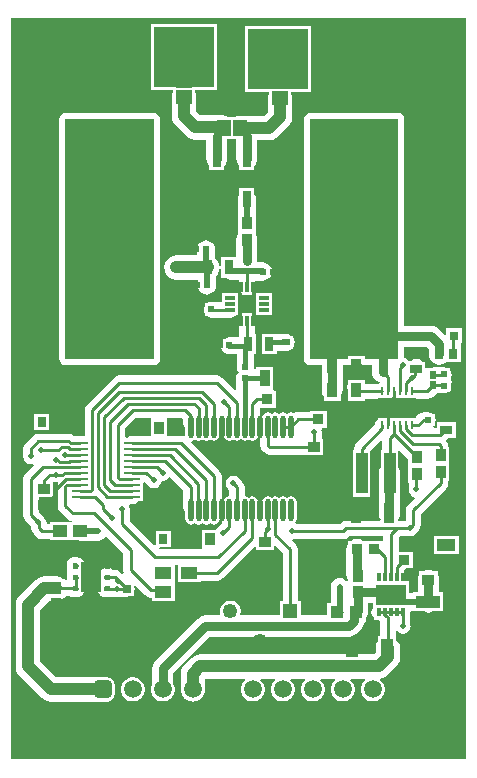
<source format=gtl>
G04*
G04 #@! TF.GenerationSoftware,Altium Limited,Altium Designer,23.8.1 (32)*
G04*
G04 Layer_Physical_Order=1*
G04 Layer_Color=255*
%FSLAX25Y25*%
%MOIN*%
G70*
G04*
G04 #@! TF.SameCoordinates,A9E98482-AA81-4C70-AF81-B552D0338214*
G04*
G04*
G04 #@! TF.FilePolarity,Positive*
G04*
G01*
G75*
%ADD17R,0.03150X0.03150*%
%ADD18R,0.02985X0.03197*%
%ADD19R,0.03681X0.03788*%
%ADD20R,0.03740X0.05709*%
%ADD21R,0.03347X0.03937*%
%ADD22R,0.03937X0.03347*%
%ADD23R,0.02953X0.03543*%
%ADD24O,0.01772X0.07480*%
%ADD25C,0.01595*%
%ADD26R,0.06890X0.09843*%
%ADD27R,0.05512X0.03937*%
%ADD28R,0.05600X0.01100*%
%ADD29R,0.12992X0.06693*%
%ADD30R,0.00984X0.02756*%
%ADD31R,0.04469X0.04182*%
%ADD32R,0.03591X0.04453*%
%ADD33R,0.02756X0.02756*%
%ADD34R,0.08071X0.04331*%
%ADD35R,0.03765X0.04749*%
%ADD36R,0.09449X0.11417*%
%ADD37R,0.05709X0.05709*%
%ADD38R,0.03347X0.01181*%
%ADD39R,0.01181X0.03347*%
%ADD40R,0.01181X0.03150*%
%ADD41R,0.10039X0.06890*%
%ADD42R,0.02500X0.02402*%
%ADD43R,0.03773X0.03961*%
%ADD44R,0.02165X0.02165*%
%ADD45R,0.02165X0.02165*%
%ADD46R,0.03937X0.02953*%
%ADD47R,0.04560X0.03985*%
%ADD48R,0.05339X0.04545*%
%ADD49R,0.03150X0.04724*%
%ADD50R,0.04545X0.05339*%
%ADD51R,0.02992X0.05512*%
%ADD52R,0.03858X0.13386*%
%ADD53R,0.02205X0.02047*%
%ADD54R,0.02254X0.02423*%
%ADD55R,0.02423X0.02254*%
%ADD56R,0.03740X0.03347*%
%ADD57R,0.04134X0.06299*%
%ADD58R,0.06299X0.04134*%
%ADD59R,0.04134X0.03740*%
%ADD60R,0.04134X0.03150*%
%ADD61R,0.02047X0.02047*%
%ADD62R,0.02254X0.02517*%
%ADD63R,0.03740X0.06693*%
%ADD64R,0.20000X0.20000*%
%ADD89C,0.01000*%
%ADD90C,0.02000*%
%ADD91C,0.03000*%
%ADD92C,0.08000*%
%ADD93C,0.04000*%
%ADD94C,0.01772*%
%ADD95C,0.01500*%
%ADD96R,0.04921X0.04921*%
%ADD97C,0.04921*%
%ADD98C,0.05984*%
G04:AMPARAMS|DCode=99|XSize=59.84mil|YSize=59.84mil|CornerRadius=14.96mil|HoleSize=0mil|Usage=FLASHONLY|Rotation=0.000|XOffset=0mil|YOffset=0mil|HoleType=Round|Shape=RoundedRectangle|*
%AMROUNDEDRECTD99*
21,1,0.05984,0.02992,0,0,0.0*
21,1,0.02992,0.05984,0,0,0.0*
1,1,0.02992,0.01496,-0.01496*
1,1,0.02992,-0.01496,-0.01496*
1,1,0.02992,-0.01496,0.01496*
1,1,0.02992,0.01496,0.01496*
%
%ADD99ROUNDEDRECTD99*%
%ADD100C,0.02000*%
%ADD101C,0.01968*%
G36*
X409000Y213000D02*
X257500D01*
Y460000D01*
X409000D01*
Y213000D01*
D02*
G37*
%LPC*%
G36*
X326000Y458000D02*
X304000D01*
Y436000D01*
X311330D01*
Y435432D01*
X311103Y434883D01*
X310965Y433839D01*
Y427500D01*
X310965Y427500D01*
X311103Y426456D01*
X311506Y425483D01*
X312147Y424647D01*
X315961Y420834D01*
X316796Y420193D01*
X317769Y419790D01*
X318813Y419652D01*
X322470D01*
Y413252D01*
X322590Y412338D01*
X322943Y411487D01*
X323504Y410756D01*
X323504Y410756D01*
Y409496D01*
X328496D01*
Y410756D01*
X328496Y410756D01*
X329057Y411487D01*
X329410Y412338D01*
X329530Y413252D01*
Y419830D01*
X332068D01*
X332470Y419664D01*
Y413252D01*
X332590Y412338D01*
X332943Y411487D01*
X333504Y410756D01*
X333504Y410756D01*
Y409496D01*
X338496D01*
Y410756D01*
X338496Y410756D01*
X339057Y411487D01*
X339410Y412338D01*
X339530Y413252D01*
Y419465D01*
X343500D01*
X343500Y419465D01*
X344544Y419603D01*
X345517Y420006D01*
X346353Y420647D01*
X349853Y424147D01*
X349853Y424147D01*
X350494Y424983D01*
X350897Y425956D01*
X351034Y427000D01*
X351034Y427000D01*
Y433339D01*
X350897Y434383D01*
X350670Y434932D01*
Y435500D01*
X357500D01*
Y457500D01*
X335500D01*
Y435500D01*
X343330D01*
Y434932D01*
X343103Y434383D01*
X342966Y433339D01*
Y428671D01*
X341829Y427534D01*
X333661D01*
X332617Y427397D01*
X332068Y427170D01*
X330184D01*
X330170Y427181D01*
X329197Y427584D01*
X328152Y427721D01*
X320484D01*
X319035Y429171D01*
Y433839D01*
X318897Y434883D01*
X318670Y435432D01*
Y436000D01*
X326000D01*
Y458000D01*
D02*
G37*
G36*
X338496Y403504D02*
X333504D01*
Y401423D01*
X333380Y401261D01*
X333077Y400531D01*
X332974Y399748D01*
Y391760D01*
X333077Y390977D01*
X333114Y390889D01*
Y388228D01*
X332943Y388005D01*
X332590Y387154D01*
X332470Y386240D01*
Y380362D01*
X327425D01*
Y377205D01*
X326925Y377172D01*
X326907Y377309D01*
X326810Y378044D01*
X326407Y379017D01*
X325766Y379853D01*
X325488Y380066D01*
Y380362D01*
X325400D01*
Y383000D01*
X325297Y383783D01*
X324995Y384513D01*
X324586Y385046D01*
Y385127D01*
X324524D01*
X324514Y385140D01*
X323887Y385620D01*
X323158Y385923D01*
X322375Y386026D01*
X321591Y385923D01*
X320862Y385620D01*
X320235Y385140D01*
X320225Y385127D01*
X320163D01*
Y385046D01*
X319754Y384513D01*
X319452Y383783D01*
X319349Y383000D01*
Y381034D01*
X312500D01*
X311456Y380897D01*
X310483Y380494D01*
X309647Y379853D01*
X309006Y379017D01*
X308603Y378044D01*
X308466Y377000D01*
X308603Y375956D01*
X309006Y374983D01*
X309647Y374147D01*
X310483Y373506D01*
X311456Y373103D01*
X312500Y372966D01*
X319661D01*
Y371000D01*
X319764Y370217D01*
X320067Y369487D01*
X320476Y368954D01*
Y368873D01*
X320538D01*
X320548Y368860D01*
X321174Y368379D01*
X321904Y368077D01*
X322687Y367974D01*
X323470Y368077D01*
X324200Y368379D01*
X324827Y368860D01*
X324837Y368873D01*
X324899D01*
Y368954D01*
X325308Y369487D01*
X325610Y370217D01*
X325713Y371000D01*
Y374106D01*
X325766Y374147D01*
X326407Y374983D01*
X326810Y375956D01*
X326907Y376691D01*
X326925Y376828D01*
X327425Y376795D01*
Y373638D01*
X328981D01*
X329562Y373192D01*
X330292Y372890D01*
X331075Y372787D01*
X333455D01*
Y370504D01*
X333649Y369529D01*
X334202Y368702D01*
X334206Y368698D01*
X334417Y368556D01*
Y367827D01*
X337598D01*
Y368556D01*
X337810Y368698D01*
X338363Y369525D01*
X338557Y370500D01*
X338553Y370520D01*
Y372631D01*
X341344D01*
X342127Y372734D01*
X342857Y373036D01*
X343431Y373476D01*
X343602D01*
Y373672D01*
X343964Y374143D01*
X344266Y374873D01*
X344370Y375656D01*
X344266Y376439D01*
X343964Y377169D01*
X343483Y377796D01*
X342857Y378277D01*
X342127Y378579D01*
X341344Y378682D01*
X339843D01*
X339513Y379058D01*
X339530Y379187D01*
Y386240D01*
X339410Y387154D01*
X339057Y388005D01*
X338886Y388228D01*
Y390889D01*
X338923Y390977D01*
X339026Y391760D01*
Y399748D01*
X338923Y400531D01*
X338620Y401261D01*
X338496Y401423D01*
Y403504D01*
D02*
G37*
G36*
X332972Y368390D02*
X327626D01*
Y365333D01*
X325196D01*
X325163Y365355D01*
X324187Y365549D01*
X323212Y365355D01*
X322870Y365127D01*
X321976D01*
Y364190D01*
X321832Y363976D01*
X321638Y363000D01*
X321832Y362024D01*
X321976Y361810D01*
Y360873D01*
X322763D01*
X323428Y360429D01*
X324404Y360234D01*
X330299D01*
X331275Y360429D01*
X332102Y360981D01*
X332243Y361193D01*
X332972D01*
Y365209D01*
Y368390D01*
D02*
G37*
G36*
X344390D02*
X339043D01*
Y365209D01*
Y361193D01*
X344390D01*
Y365209D01*
Y368390D01*
D02*
G37*
G36*
X346075Y354862D02*
X340925D01*
Y348138D01*
X346075D01*
Y349226D01*
X349150D01*
X349868Y349321D01*
X350536Y349598D01*
X350799Y349799D01*
X351400D01*
Y350415D01*
X351552Y350613D01*
X351829Y351282D01*
X351923Y352000D01*
X351829Y352718D01*
X351552Y353387D01*
X351400Y353585D01*
Y354201D01*
X350799D01*
X350536Y354402D01*
X349868Y354679D01*
X349150Y354774D01*
X346075D01*
Y354862D01*
D02*
G37*
G36*
X386500Y428539D02*
X357000D01*
X356220Y428384D01*
X355558Y427942D01*
X355116Y427280D01*
X354961Y426500D01*
Y346500D01*
X355116Y345720D01*
X355558Y345058D01*
X356220Y344616D01*
X357000Y344461D01*
X360934D01*
Y336000D01*
X361055Y335086D01*
X361407Y334235D01*
X361582Y334007D01*
Y332626D01*
X363465D01*
X363551Y332590D01*
X364465Y332470D01*
X365378Y332590D01*
X365464Y332626D01*
X367347D01*
Y334007D01*
X367522Y334235D01*
X367875Y335086D01*
X367995Y336000D01*
Y344461D01*
X369653D01*
X370433Y344616D01*
X371095Y345058D01*
X371280Y345335D01*
X373791D01*
X373976Y345058D01*
X374637Y344616D01*
X375418Y344461D01*
X377733D01*
Y342146D01*
X377854Y341232D01*
X378206Y340381D01*
X378767Y339650D01*
X379498Y339089D01*
X380222Y338789D01*
X380122Y338289D01*
X375418D01*
Y339374D01*
X372975D01*
X372918Y339412D01*
X371943Y339606D01*
X370967Y339412D01*
X370910Y339374D01*
X369653D01*
Y338131D01*
X369588Y338033D01*
X369394Y337057D01*
X369588Y336082D01*
X369653Y335984D01*
Y332626D01*
X375418D01*
Y333191D01*
X381079D01*
X381939Y333362D01*
X382187D01*
X383047Y333191D01*
X383907Y333362D01*
X384539D01*
Y333730D01*
X384850Y333938D01*
X385078D01*
X385492Y333566D01*
Y333362D01*
X386124D01*
X386984Y333191D01*
X387844Y333362D01*
X388093D01*
X388953Y333191D01*
X389813Y333362D01*
X390061D01*
X390921Y333191D01*
X396128D01*
X397103Y333385D01*
X397930Y333938D01*
X399266Y335274D01*
X401960D01*
X402138Y335238D01*
X403113Y335433D01*
X403179Y335476D01*
X403874D01*
Y335941D01*
X403940Y335985D01*
X404493Y336812D01*
X404687Y337787D01*
X404493Y338763D01*
X403940Y339590D01*
X403905Y339625D01*
X403964Y340128D01*
X404083Y340307D01*
X404277Y341283D01*
X404083Y342258D01*
X403811Y342666D01*
Y343583D01*
X402786D01*
X402704Y343638D01*
X401728Y343832D01*
X398259D01*
X397283Y343638D01*
X396870Y343361D01*
X395952D01*
Y343361D01*
X395468Y343402D01*
Y345524D01*
X394510D01*
X394302Y345834D01*
X393476Y346386D01*
X392500Y346581D01*
X391525Y346386D01*
X390711Y345843D01*
X390696Y345834D01*
X390065Y345909D01*
X389802Y346302D01*
X388976Y346855D01*
X388539Y346942D01*
Y350470D01*
X396038D01*
X396592Y349916D01*
Y348111D01*
X396712Y347198D01*
X397065Y346346D01*
X397626Y345615D01*
X397629Y345612D01*
Y345513D01*
X397759D01*
X398357Y345054D01*
X399208Y344701D01*
X400122Y344581D01*
X401035Y344701D01*
X401887Y345054D01*
X402485Y345513D01*
X407354D01*
Y347827D01*
X407411Y348111D01*
Y351677D01*
X407575D01*
Y356827D01*
X402425D01*
Y354774D01*
X402275Y354652D01*
X401941Y354551D01*
X399996Y356496D01*
X399265Y357057D01*
X398414Y357410D01*
X397500Y357530D01*
X388539D01*
Y426500D01*
X388384Y427280D01*
X387942Y427942D01*
X387280Y428384D01*
X386500Y428539D01*
D02*
G37*
G36*
X305000D02*
X275500D01*
X274720Y428384D01*
X274058Y427942D01*
X273616Y427280D01*
X273461Y426500D01*
Y346500D01*
X273616Y345720D01*
X274058Y345058D01*
X274720Y344616D01*
X275500Y344461D01*
X305000D01*
X305780Y344616D01*
X306442Y345058D01*
X306884Y345720D01*
X307039Y346500D01*
Y426500D01*
X306884Y427280D01*
X306442Y427942D01*
X305780Y428384D01*
X305000Y428539D01*
D02*
G37*
G36*
X337598Y361756D02*
X334417D01*
Y361027D01*
X334206Y360885D01*
X333653Y360058D01*
X333459Y359083D01*
Y353687D01*
X330122D01*
X329404Y353593D01*
X328735Y353315D01*
X328355Y353024D01*
X327933D01*
Y352578D01*
X327720Y352300D01*
X327443Y351631D01*
X327348Y350913D01*
X327443Y350196D01*
X327720Y349527D01*
X327933Y349249D01*
Y348976D01*
X328142D01*
X328161Y348952D01*
X328735Y348511D01*
X329404Y348234D01*
X330122Y348140D01*
X332726D01*
Y343687D01*
X332821Y342969D01*
X333098Y342300D01*
X333217Y342145D01*
X332759Y341548D01*
X332468Y340846D01*
X332369Y340092D01*
Y336389D01*
X331907Y336198D01*
X327802Y340302D01*
X326975Y340855D01*
X326000Y341049D01*
X293500D01*
X292525Y340855D01*
X291698Y340302D01*
X282698Y331302D01*
X282145Y330475D01*
X281951Y329500D01*
Y320842D01*
X281510Y320606D01*
X281276Y320763D01*
X280300Y320957D01*
X278159D01*
X277564Y321355D01*
X276589Y321549D01*
X266500D01*
X265525Y321355D01*
X264698Y320802D01*
X262198Y318302D01*
X261645Y317476D01*
X261451Y316500D01*
Y314000D01*
X261645Y313024D01*
X262198Y312198D01*
X263024Y311645D01*
X264000Y311451D01*
X264798Y311610D01*
X265044Y311149D01*
X262198Y308302D01*
X261645Y307475D01*
X261451Y306500D01*
Y294500D01*
X261645Y293525D01*
X262198Y292698D01*
X264142Y290753D01*
Y290051D01*
X264336Y289076D01*
X264889Y288249D01*
X265940Y287198D01*
X266767Y286645D01*
X267743Y286451D01*
X270464D01*
Y286008D01*
X280001D01*
X280256Y285974D01*
X286500D01*
X287283Y286077D01*
X288013Y286380D01*
X288640Y286860D01*
X288797Y287066D01*
X289296Y287099D01*
X294693Y281702D01*
Y276136D01*
X294882Y275186D01*
X294861Y275154D01*
X294428Y274933D01*
X293798Y275562D01*
X292971Y276115D01*
X291996Y276309D01*
X291331D01*
X291001Y276530D01*
X290220Y276685D01*
Y276614D01*
X288962D01*
X288846Y276662D01*
X288181Y276530D01*
X287856Y276395D01*
X287194Y275953D01*
X286945Y275704D01*
X286945Y275704D01*
X286945Y275704D01*
X286725Y275374D01*
X286503Y275042D01*
X286503Y275042D01*
X286503Y275042D01*
X286368Y274716D01*
X286213Y273936D01*
Y273584D01*
X286368Y272803D01*
X286503Y272478D01*
X286503Y272478D01*
X286503Y272478D01*
X286896Y271890D01*
X286503Y271302D01*
X286503Y271302D01*
X286503Y271302D01*
X286368Y270976D01*
X286213Y270196D01*
Y269844D01*
X286368Y269063D01*
X286503Y268738D01*
X286503Y268738D01*
X286503Y268738D01*
X286725Y268405D01*
X286945Y268076D01*
X286945Y268076D01*
X286945Y268076D01*
X287194Y267827D01*
X287194Y267827D01*
X287194Y267827D01*
X287523Y267607D01*
X287856Y267385D01*
X287856Y267385D01*
X287856Y267385D01*
X288181Y267250D01*
X288962Y267095D01*
X290220Y267095D01*
X290785Y267207D01*
X296000D01*
X296860Y267378D01*
X298378D01*
Y268896D01*
X298549Y269756D01*
X298378Y270616D01*
Y270742D01*
X298840Y270933D01*
X302075Y267698D01*
X302902Y267146D01*
X303877Y266952D01*
X304413D01*
Y265882D01*
X311925D01*
Y271681D01*
X311925Y271819D01*
X311925D01*
Y272181D01*
X311925D01*
Y277951D01*
X313075D01*
Y272181D01*
X320587D01*
Y272601D01*
X326150D01*
X327125Y272795D01*
X327952Y273347D01*
X338570Y283965D01*
X339032Y283773D01*
Y282827D01*
X344969D01*
Y284273D01*
X345430Y284465D01*
X347951Y281944D01*
Y265961D01*
X347039D01*
Y260991D01*
X338445D01*
X338445Y260991D01*
X334174D01*
X333812Y261491D01*
X333961Y262044D01*
Y262956D01*
X333725Y263836D01*
X333269Y264625D01*
X332625Y265269D01*
X331836Y265725D01*
X330956Y265961D01*
X330044D01*
X329164Y265725D01*
X328375Y265269D01*
X327731Y264625D01*
X327275Y263836D01*
X327039Y262956D01*
Y262044D01*
X327188Y261491D01*
X326826Y260991D01*
X322104D01*
X321191Y260871D01*
X320339Y260518D01*
X319608Y259957D01*
X305504Y245853D01*
X304943Y245122D01*
X304590Y244270D01*
X304470Y243356D01*
Y238220D01*
X304280Y237891D01*
X304008Y236876D01*
Y235825D01*
X304280Y234810D01*
X304805Y233899D01*
X305549Y233156D01*
X306459Y232630D01*
X307474Y232358D01*
X308526D01*
X309541Y232630D01*
X310451Y233156D01*
X311194Y233899D01*
X311720Y234810D01*
X311992Y235825D01*
Y236876D01*
X311720Y237891D01*
X311530Y238220D01*
Y241894D01*
X323566Y253930D01*
X338445D01*
X338445Y253930D01*
X370008D01*
X370922Y254051D01*
X371773Y254403D01*
X372504Y254964D01*
X374262Y256722D01*
X374823Y257453D01*
X375176Y258304D01*
X375255Y258909D01*
X375734D01*
Y260314D01*
X376057Y260735D01*
X376410Y261586D01*
X376530Y262500D01*
Y265210D01*
X377980D01*
Y263461D01*
X377980Y263461D01*
X377980D01*
X377760Y263054D01*
X377708Y262976D01*
X377514Y262000D01*
X377708Y261024D01*
X378261Y260198D01*
X378472Y260056D01*
Y259425D01*
X380087D01*
X380229Y259213D01*
X380320Y259123D01*
X380451Y259035D01*
Y254150D01*
X379740D01*
Y252322D01*
X379506Y252017D01*
X379103Y251044D01*
X378965Y250000D01*
Y248671D01*
X378329Y248035D01*
X320500D01*
X319456Y247897D01*
X318483Y247494D01*
X317647Y246853D01*
X317647Y246853D01*
X315147Y244353D01*
X314506Y243517D01*
X314103Y242544D01*
X313966Y241500D01*
X313966Y241500D01*
Y236350D01*
X314008Y236029D01*
Y235825D01*
X314061Y235628D01*
X314103Y235306D01*
X314227Y235006D01*
X314280Y234810D01*
X314382Y234633D01*
X314506Y234333D01*
X314704Y234075D01*
X314806Y233899D01*
X314949Y233755D01*
X315147Y233498D01*
X315405Y233300D01*
X315549Y233156D01*
X315725Y233054D01*
X315983Y232856D01*
X316283Y232732D01*
X316459Y232630D01*
X316656Y232578D01*
X316956Y232453D01*
X317278Y232411D01*
X317474Y232358D01*
X317678D01*
X318000Y232316D01*
X318322Y232358D01*
X318526D01*
X318722Y232411D01*
X319044Y232453D01*
X319344Y232578D01*
X319541Y232630D01*
X319717Y232732D01*
X320017Y232856D01*
X320275Y233054D01*
X320451Y233156D01*
X320595Y233300D01*
X320853Y233498D01*
X321051Y233755D01*
X321195Y233899D01*
X321296Y234075D01*
X321494Y234333D01*
X321618Y234633D01*
X321720Y234810D01*
X321773Y235006D01*
X321897Y235306D01*
X321939Y235628D01*
X321992Y235825D01*
Y236029D01*
X322035Y236350D01*
Y239829D01*
X322171Y239966D01*
X335357D01*
X335469Y239465D01*
X334805Y238802D01*
X334280Y237891D01*
X334008Y236876D01*
Y235825D01*
X334280Y234810D01*
X334805Y233899D01*
X335549Y233156D01*
X336459Y232630D01*
X337474Y232358D01*
X338526D01*
X339541Y232630D01*
X340451Y233156D01*
X341195Y233899D01*
X341720Y234810D01*
X341992Y235825D01*
Y236876D01*
X341720Y237891D01*
X341195Y238802D01*
X340531Y239465D01*
X340643Y239966D01*
X345357D01*
X345469Y239465D01*
X344806Y238802D01*
X344280Y237891D01*
X344008Y236876D01*
Y235825D01*
X344280Y234810D01*
X344806Y233899D01*
X345549Y233156D01*
X346459Y232630D01*
X347474Y232358D01*
X348526D01*
X349541Y232630D01*
X350451Y233156D01*
X351195Y233899D01*
X351720Y234810D01*
X351992Y235825D01*
Y236876D01*
X351720Y237891D01*
X351195Y238802D01*
X350531Y239465D01*
X350643Y239966D01*
X355357D01*
X355469Y239465D01*
X354805Y238802D01*
X354280Y237891D01*
X354008Y236876D01*
Y235825D01*
X354280Y234810D01*
X354805Y233899D01*
X355549Y233156D01*
X356459Y232630D01*
X357474Y232358D01*
X358526D01*
X359541Y232630D01*
X360451Y233156D01*
X361194Y233899D01*
X361720Y234810D01*
X361992Y235825D01*
Y236876D01*
X361720Y237891D01*
X361194Y238802D01*
X360531Y239465D01*
X360643Y239966D01*
X365357D01*
X365469Y239465D01*
X364806Y238802D01*
X364280Y237891D01*
X364008Y236876D01*
Y235825D01*
X364280Y234810D01*
X364806Y233899D01*
X365549Y233156D01*
X366459Y232630D01*
X367474Y232358D01*
X368526D01*
X369541Y232630D01*
X370451Y233156D01*
X371195Y233899D01*
X371720Y234810D01*
X371992Y235825D01*
Y236876D01*
X371720Y237891D01*
X371195Y238802D01*
X370531Y239465D01*
X370643Y239966D01*
X375357D01*
X375469Y239465D01*
X374805Y238802D01*
X374280Y237891D01*
X374008Y236876D01*
Y235825D01*
X374280Y234810D01*
X374805Y233899D01*
X375549Y233156D01*
X376459Y232630D01*
X377474Y232358D01*
X378526D01*
X379541Y232630D01*
X380451Y233156D01*
X381194Y233899D01*
X381720Y234810D01*
X381992Y235825D01*
Y236876D01*
X381720Y237891D01*
X381194Y238802D01*
X380473Y239523D01*
X380476Y239635D01*
X380589Y240043D01*
X381044Y240103D01*
X382017Y240506D01*
X382853Y241147D01*
X385853Y244147D01*
X386494Y244983D01*
X386897Y245956D01*
X387035Y247000D01*
Y250000D01*
X386897Y251044D01*
X386494Y252017D01*
X385874Y252825D01*
Y254150D01*
X385549D01*
Y255737D01*
X386049Y255889D01*
X386135Y255761D01*
X386198Y255698D01*
X387024Y255145D01*
X388000Y254951D01*
X388976Y255145D01*
X389802Y255698D01*
X390355Y256524D01*
X390549Y257500D01*
X390486Y257817D01*
Y262000D01*
X390469Y262088D01*
X390786Y262474D01*
X391465D01*
Y262335D01*
X394996D01*
X395586Y262090D01*
X396500Y261970D01*
X397414Y262090D01*
X398004Y262335D01*
X401535D01*
Y268665D01*
X400030D01*
Y272791D01*
X399910Y273705D01*
X399567Y274533D01*
Y275661D01*
X398509D01*
X398265Y275849D01*
X397414Y276201D01*
X396500Y276322D01*
X395586Y276201D01*
X394735Y275849D01*
X394491Y275661D01*
X393433D01*
Y274533D01*
X393090Y273705D01*
X392970Y272791D01*
Y268665D01*
X391465D01*
Y268526D01*
X390050D01*
X390020Y268599D01*
Y272350D01*
X388592D01*
X388313Y272761D01*
X388326Y272850D01*
X388517Y273811D01*
Y276110D01*
X389235Y276827D01*
X391370D01*
Y282173D01*
X386549D01*
Y286944D01*
X387056Y287451D01*
X390500D01*
X391476Y287645D01*
X392302Y288198D01*
X392475Y288456D01*
X393302Y289283D01*
X393855Y290110D01*
X394049Y291086D01*
Y294944D01*
X402381Y303276D01*
X402934Y304103D01*
X403128Y305079D01*
Y305822D01*
X403465D01*
Y311342D01*
Y317303D01*
X403128D01*
Y317414D01*
X402934Y318390D01*
X402381Y319217D01*
X402263Y319335D01*
X402736Y319807D01*
X403054Y320284D01*
X405567D01*
Y325433D01*
X399433D01*
Y323888D01*
X399131Y323586D01*
X399122Y323572D01*
X398394D01*
X398143Y324072D01*
X398197Y324146D01*
X398583D01*
Y324897D01*
X398855Y325304D01*
X399049Y326279D01*
X398855Y327255D01*
X398583Y327662D01*
Y328311D01*
X397959D01*
X397476Y328635D01*
X396500Y328829D01*
X395002D01*
X394026Y328635D01*
X393199Y328082D01*
X391989Y326872D01*
X390921D01*
X390061Y326701D01*
X389813D01*
X388953Y326872D01*
X388093Y326701D01*
X387844D01*
X386984Y326872D01*
X386124Y326701D01*
X385876D01*
X385016Y326872D01*
X384156Y326701D01*
X383524D01*
Y326332D01*
X383213Y326125D01*
X382985D01*
X382571Y326497D01*
Y326701D01*
X381939D01*
X381079Y326872D01*
X380219Y326701D01*
X379587D01*
Y326332D01*
X379276Y326125D01*
X378724Y325298D01*
X378576Y324555D01*
X372446Y318424D01*
X371893Y317598D01*
X371699Y316622D01*
Y316016D01*
X371319D01*
Y300630D01*
X377177D01*
Y315946D01*
X380568Y319337D01*
X381030Y319146D01*
Y316016D01*
X380650D01*
Y310275D01*
X380455Y310021D01*
X380102Y309170D01*
X379982Y308256D01*
Y295000D01*
X380102Y294086D01*
X380455Y293235D01*
X380597Y293049D01*
X380483Y292549D01*
X369135D01*
X368160Y292355D01*
X367333Y291802D01*
X367079Y291549D01*
X352421D01*
X352153Y292049D01*
X352410Y292434D01*
X352557Y293169D01*
Y298878D01*
X352410Y299614D01*
X351993Y300238D01*
X351370Y300654D01*
X350634Y300801D01*
X349898Y300654D01*
X349354Y300291D01*
X348811Y300654D01*
X348075Y300801D01*
X347339Y300654D01*
X346795Y300291D01*
X346252Y300654D01*
X345516Y300801D01*
X344780Y300654D01*
X344236Y300291D01*
X343692Y300654D01*
X342957Y300801D01*
X342221Y300654D01*
X341597Y300238D01*
X341180Y299614D01*
X341034Y298878D01*
Y297767D01*
X340789Y297527D01*
X340260Y297664D01*
X340194Y297999D01*
X339761Y298646D01*
Y298878D01*
X339615Y299614D01*
X339198Y300238D01*
X338574Y300654D01*
X337839Y300801D01*
X337103Y300654D01*
X336559Y300291D01*
X336015Y300654D01*
X335279Y300801D01*
X335269Y300809D01*
Y303780D01*
X335075Y304755D01*
X334523Y305582D01*
X333302Y306802D01*
X332475Y307355D01*
X331500Y307549D01*
X330524Y307355D01*
X329698Y306802D01*
X329145Y305976D01*
X328951Y305000D01*
X329145Y304025D01*
X329698Y303198D01*
X330171Y302724D01*
Y300809D01*
X330161Y300801D01*
X329426Y300654D01*
X328802Y300238D01*
X328385Y299614D01*
X328239Y298878D01*
Y297904D01*
X328092Y297778D01*
X327592Y298007D01*
Y307457D01*
X327398Y308432D01*
X326846Y309259D01*
X317379Y318726D01*
X317572Y319240D01*
X318102Y319346D01*
X318646Y319709D01*
X319189Y319346D01*
X319925Y319199D01*
X320661Y319346D01*
X321205Y319709D01*
X321748Y319346D01*
X322484Y319199D01*
X323220Y319346D01*
X323764Y319709D01*
X324307Y319346D01*
X325043Y319199D01*
X325779Y319346D01*
X326403Y319762D01*
X326820Y320386D01*
X326966Y321122D01*
Y323233D01*
X327211Y323473D01*
X327740Y323336D01*
X327806Y323001D01*
X328239Y322354D01*
Y321122D01*
X328385Y320386D01*
X328802Y319762D01*
X329426Y319346D01*
X330161Y319199D01*
X330897Y319346D01*
X331441Y319709D01*
X331985Y319346D01*
X332720Y319199D01*
X333456Y319346D01*
X334000Y319709D01*
X334544Y319346D01*
X335279Y319199D01*
X336015Y319346D01*
X336559Y319709D01*
X337103Y319346D01*
X337839Y319199D01*
X338574Y319346D01*
X339198Y319762D01*
X339615Y320386D01*
X339761Y321122D01*
Y322096D01*
X339908Y322222D01*
X340408Y321993D01*
Y317743D01*
X340602Y316768D01*
X341154Y315941D01*
X341740Y315355D01*
X342567Y314803D01*
X343543Y314609D01*
X355532D01*
Y314484D01*
X361469D01*
Y319831D01*
X361049D01*
Y322000D01*
X360864Y322931D01*
X360880Y323057D01*
X361081Y323431D01*
X362615D01*
Y329219D01*
X356934D01*
Y328874D01*
X352983D01*
X352007Y328680D01*
X351634Y328431D01*
X351370Y328607D01*
X350634Y328753D01*
X349898Y328607D01*
X349354Y328244D01*
X348811Y328607D01*
X348075Y328753D01*
X347339Y328607D01*
X346795Y328244D01*
X346252Y328607D01*
X345516Y328753D01*
X344780Y328607D01*
X344236Y328244D01*
X343692Y328607D01*
X342957Y328753D01*
X342221Y328607D01*
X341597Y328190D01*
X341180Y327567D01*
X341034Y326831D01*
Y325857D01*
X340888Y325731D01*
X340388Y325959D01*
Y330106D01*
X345708D01*
Y335894D01*
X345266D01*
X344870Y336146D01*
Y343854D01*
X339130D01*
Y343087D01*
X338574D01*
X338244Y343462D01*
X338274Y343687D01*
Y348138D01*
X338988D01*
Y354862D01*
X338557D01*
Y359083D01*
X338363Y360058D01*
X337810Y360885D01*
X337598Y361027D01*
Y361756D01*
D02*
G37*
G36*
X270114Y328272D02*
X265161D01*
Y322728D01*
X270114D01*
Y328272D01*
D02*
G37*
G36*
X406650Y287567D02*
X398350D01*
Y281433D01*
X406650D01*
Y287567D01*
D02*
G37*
G36*
X279275Y280425D02*
X278016Y280425D01*
X277235Y280270D01*
X276574Y279828D01*
X276132Y279166D01*
X275977Y278386D01*
Y276614D01*
X276132Y275834D01*
X276268Y275630D01*
X276132Y275426D01*
X275977Y274646D01*
Y273017D01*
X275592Y272920D01*
X275295Y273200D01*
Y273226D01*
X274866D01*
X274517Y273494D01*
X273544Y273897D01*
X272500Y274035D01*
X268500D01*
X267456Y273897D01*
X266483Y273494D01*
X265647Y272853D01*
X265647Y272853D01*
X260147Y267353D01*
X259506Y266517D01*
X259103Y265544D01*
X258965Y264500D01*
X258965Y264500D01*
Y244000D01*
X258965Y244000D01*
X259103Y242956D01*
X259506Y241983D01*
X260147Y241147D01*
X267797Y233498D01*
X268632Y232856D01*
X269605Y232453D01*
X270650Y232316D01*
X270650Y232316D01*
X286471D01*
X286504Y232310D01*
X289496D01*
X290470Y232503D01*
X291296Y233055D01*
X291847Y233880D01*
X292041Y234855D01*
Y237847D01*
X291847Y238821D01*
X291296Y239646D01*
X290470Y240198D01*
X289496Y240391D01*
X286504D01*
X286471Y240385D01*
X272321D01*
X267035Y245671D01*
Y262829D01*
X270171Y265966D01*
X272500D01*
X273544Y266103D01*
X274517Y266506D01*
X274866Y266774D01*
X275295D01*
Y267103D01*
X275353Y267147D01*
X275601Y267471D01*
X276905D01*
X277235Y267250D01*
X278016Y267095D01*
X279098D01*
X279098Y267095D01*
X279275D01*
X280055Y267250D01*
X280381Y267385D01*
X280381Y267385D01*
X280381Y267385D01*
X280713Y267607D01*
X281042Y267827D01*
X281042Y267827D01*
X281042Y267827D01*
X281291Y268076D01*
X281733Y268738D01*
X281733Y268738D01*
X281868Y269063D01*
X282023Y269844D01*
Y270196D01*
X281868Y270976D01*
X281733Y271302D01*
X281465Y271704D01*
Y272076D01*
X281733Y272478D01*
X281733Y272478D01*
X281868Y272803D01*
X282023Y273584D01*
Y273936D01*
X281868Y274716D01*
X281733Y275042D01*
X281341Y275630D01*
X281733Y276218D01*
X281733Y276218D01*
X281868Y276543D01*
X282023Y277324D01*
Y277676D01*
X281868Y278457D01*
X281733Y278782D01*
X281291Y279444D01*
X281042Y279693D01*
X280381Y280135D01*
X280381Y280135D01*
X280055Y280270D01*
X279275Y280425D01*
D02*
G37*
G36*
X298526Y240343D02*
X297474D01*
X296459Y240071D01*
X295549Y239545D01*
X294806Y238802D01*
X294280Y237891D01*
X294008Y236876D01*
Y235825D01*
X294280Y234810D01*
X294806Y233899D01*
X295549Y233156D01*
X296459Y232630D01*
X297474Y232358D01*
X298526D01*
X299541Y232630D01*
X300451Y233156D01*
X301195Y233899D01*
X301720Y234810D01*
X301992Y235825D01*
Y236876D01*
X301720Y237891D01*
X301195Y238802D01*
X300451Y239545D01*
X299541Y240071D01*
X298526Y240343D01*
D02*
G37*
%LPD*%
G36*
X386500Y346504D02*
X386493Y346500D01*
X375418D01*
Y347374D01*
X369653D01*
Y346500D01*
X357000D01*
Y426500D01*
X386500D01*
Y346504D01*
D02*
G37*
G36*
X305000Y346500D02*
X275500D01*
Y426500D01*
X305000D01*
Y346500D01*
D02*
G37*
G36*
X314817Y326566D02*
Y324976D01*
X315011Y324001D01*
X315443Y323354D01*
Y321122D01*
X315460Y321040D01*
X315011Y320734D01*
X314142Y320907D01*
X309331D01*
Y326468D01*
X309331D01*
X309373Y326951D01*
X314432D01*
X314817Y326566D01*
D02*
G37*
G36*
X303984Y326468D02*
X303984D01*
Y320907D01*
X297650D01*
X296674Y320713D01*
X296002Y320264D01*
X295522Y320466D01*
X295502Y320485D01*
Y323397D01*
X299056Y326951D01*
X303942D01*
X303984Y326468D01*
D02*
G37*
G36*
X314817Y302720D02*
Y297024D01*
X315011Y296048D01*
X315443Y295401D01*
Y293169D01*
X315590Y292434D01*
X316006Y291810D01*
X316630Y291393D01*
X317366Y291247D01*
X318102Y291393D01*
X318646Y291756D01*
X319189Y291393D01*
X319925Y291247D01*
X320661Y291393D01*
X321205Y291756D01*
X321748Y291393D01*
X322484Y291247D01*
X323220Y291393D01*
X323764Y291756D01*
X324307Y291393D01*
X325043Y291247D01*
X325779Y291393D01*
X326403Y291810D01*
X326820Y292434D01*
X326966Y293169D01*
Y295143D01*
X327112Y295269D01*
X327612Y295041D01*
Y291704D01*
X326187Y290278D01*
X325646Y289469D01*
X320984D01*
Y283531D01*
X320984D01*
X320942Y283049D01*
X306774D01*
X306639Y283228D01*
X306888Y283728D01*
X310614D01*
Y289272D01*
X305661D01*
Y284597D01*
X305200Y284405D01*
X297049Y292556D01*
Y296500D01*
X296855Y297476D01*
X296737Y297652D01*
X296973Y298093D01*
X297650D01*
X298625Y298287D01*
X299452Y298839D01*
X299621Y299092D01*
X301450D01*
Y301060D01*
Y305292D01*
X301912Y305483D01*
X303198Y304198D01*
X304025Y303645D01*
X305000Y303451D01*
X305976Y303645D01*
X306802Y304198D01*
X307355Y305025D01*
X307459Y305549D01*
X308000Y305951D01*
X308976Y306145D01*
X309802Y306698D01*
X309999Y306992D01*
X310496Y307041D01*
X314817Y302720D01*
D02*
G37*
G36*
X389128Y313798D02*
X389390Y313407D01*
X389692Y313104D01*
Y310842D01*
Y305322D01*
X389951D01*
Y303000D01*
X390145Y302025D01*
X390698Y301198D01*
X391525Y300645D01*
X391852Y300580D01*
X391997Y300101D01*
X389698Y297802D01*
X389145Y296975D01*
X388951Y296000D01*
Y292549D01*
X386540D01*
X386426Y293049D01*
X386569Y293235D01*
X386922Y294086D01*
X387042Y295000D01*
Y308256D01*
X386922Y309170D01*
X386569Y310021D01*
X386508Y310101D01*
Y315712D01*
X387008Y315919D01*
X389128Y313798D01*
D02*
G37*
G36*
X273135Y305045D02*
X273138Y304935D01*
X272951Y303993D01*
Y297500D01*
X273145Y296525D01*
X273698Y295698D01*
X276198Y293198D01*
X277025Y292645D01*
X277792Y292492D01*
X277743Y291992D01*
X270464D01*
Y291549D01*
X269240D01*
Y291809D01*
X269046Y292784D01*
X268494Y293611D01*
X266549Y295556D01*
Y300484D01*
X271468D01*
Y305364D01*
X271540Y305435D01*
X272927D01*
X273135Y305045D01*
D02*
G37*
G36*
X381451Y286272D02*
X381157Y285894D01*
X374661D01*
X374449Y286057D01*
X373597Y286410D01*
X372684Y286530D01*
X371770Y286410D01*
X370918Y286057D01*
X370706Y285894D01*
X369843D01*
Y285047D01*
X369626Y284765D01*
X369274Y283914D01*
X369153Y283000D01*
Y274577D01*
X369274Y273663D01*
X369626Y272812D01*
X369223Y272531D01*
X369140Y272640D01*
X368513Y273120D01*
X367783Y273423D01*
X367000Y273526D01*
X366217Y273423D01*
X365487Y273120D01*
X364860Y272640D01*
X364380Y272013D01*
X364077Y271283D01*
X363974Y270500D01*
Y265091D01*
X362845D01*
Y260991D01*
X353961D01*
Y265961D01*
X353049D01*
Y283000D01*
X352855Y283976D01*
X352302Y284802D01*
X351154Y285951D01*
X351361Y286451D01*
X368135D01*
X369111Y286645D01*
X369938Y287198D01*
X370191Y287451D01*
X381451D01*
Y286272D01*
D02*
G37*
G36*
X290220Y272874D02*
X288962D01*
X288636Y273009D01*
X288387Y273258D01*
X288252Y273584D01*
Y273760D01*
Y273936D01*
X288387Y274262D01*
X288636Y274511D01*
X288962Y274646D01*
X290220D01*
Y272874D01*
D02*
G37*
G36*
Y269134D02*
X289138Y269134D01*
X288962D01*
X288636Y269269D01*
X288387Y269518D01*
X288252Y269844D01*
Y270020D01*
Y270196D01*
X288387Y270521D01*
X288636Y270771D01*
X288962Y270905D01*
X290220D01*
Y269134D01*
D02*
G37*
G36*
X279600Y278251D02*
X279849Y278002D01*
X279984Y277676D01*
Y277500D01*
Y277324D01*
X279849Y276998D01*
X279600Y276749D01*
X279275Y276614D01*
X278016D01*
Y278386D01*
X279098Y278386D01*
X279275D01*
X279600Y278251D01*
D02*
G37*
G36*
Y274511D02*
X279849Y274262D01*
X279984Y273936D01*
Y273760D01*
Y273584D01*
X279849Y273258D01*
X279600Y273009D01*
X279275Y272874D01*
X278016D01*
Y274646D01*
X279275D01*
X279600Y274511D01*
D02*
G37*
G36*
Y270771D02*
X279849Y270521D01*
X279984Y270196D01*
Y270020D01*
Y269844D01*
X279849Y269518D01*
X279600Y269269D01*
X279275Y269134D01*
X279098D01*
Y269134D01*
X278016D01*
Y270905D01*
X279275D01*
X279600Y270771D01*
D02*
G37*
D17*
X405000Y360748D02*
D03*
Y354252D02*
D03*
D18*
X404862Y348111D02*
D03*
X400122D02*
D03*
D19*
X359775Y326325D02*
D03*
X365408D02*
D03*
X342867Y333000D02*
D03*
X348500D02*
D03*
X372684Y283000D02*
D03*
X378316D02*
D03*
D20*
X349677Y340000D02*
D03*
X342000D02*
D03*
D21*
X301343Y323500D02*
D03*
X306658D02*
D03*
X318342Y286500D02*
D03*
X323657D02*
D03*
D22*
X342000Y280185D02*
D03*
Y285500D02*
D03*
X358500Y311842D02*
D03*
Y317158D02*
D03*
X268500Y297843D02*
D03*
Y303157D02*
D03*
D23*
X308138Y286500D02*
D03*
X312862D02*
D03*
X272362Y325500D02*
D03*
X267638D02*
D03*
D24*
X317366Y296024D02*
D03*
X319925D02*
D03*
X322484D02*
D03*
X325043D02*
D03*
X327602D02*
D03*
X330161D02*
D03*
X332720D02*
D03*
X335279D02*
D03*
X337839D02*
D03*
X340398D02*
D03*
X342957D02*
D03*
X345516D02*
D03*
X348075D02*
D03*
X350634D02*
D03*
X317366Y323976D02*
D03*
X319925D02*
D03*
X322484D02*
D03*
X325043D02*
D03*
X327602D02*
D03*
X330161D02*
D03*
X332720D02*
D03*
X335279D02*
D03*
X337839D02*
D03*
X340398D02*
D03*
X342957D02*
D03*
X345516D02*
D03*
X348075D02*
D03*
X350634D02*
D03*
D25*
X289236Y270020D02*
D03*
X289321Y273760D02*
D03*
Y277500D02*
D03*
X279000D02*
D03*
X278916Y273760D02*
D03*
Y270020D02*
D03*
D26*
X284118Y273760D02*
D03*
D27*
X308169Y268850D02*
D03*
X316831D02*
D03*
Y275150D02*
D03*
X308169D02*
D03*
D28*
X297650Y318358D02*
D03*
Y316390D02*
D03*
Y314421D02*
D03*
Y312453D02*
D03*
Y310484D02*
D03*
Y308516D02*
D03*
Y306547D02*
D03*
Y304579D02*
D03*
Y302610D02*
D03*
Y300642D02*
D03*
X280350D02*
D03*
Y302610D02*
D03*
Y304579D02*
D03*
Y306547D02*
D03*
Y308516D02*
D03*
Y310484D02*
D03*
Y312453D02*
D03*
Y314421D02*
D03*
Y316390D02*
D03*
Y318358D02*
D03*
D29*
X386000Y330031D02*
D03*
D30*
X390921Y335740D02*
D03*
X388953D02*
D03*
X386984D02*
D03*
X385016D02*
D03*
X383047D02*
D03*
X381079D02*
D03*
X390921Y324323D02*
D03*
X388953D02*
D03*
X386984D02*
D03*
X385016D02*
D03*
X383047D02*
D03*
X381079D02*
D03*
D31*
X366080Y262000D02*
D03*
X372500D02*
D03*
D32*
X272500Y270000D02*
D03*
Y264956D02*
D03*
D33*
X296000Y264244D02*
D03*
Y269756D02*
D03*
D34*
X396500Y265500D02*
D03*
Y252508D02*
D03*
D35*
X364465Y336000D02*
D03*
X372535D02*
D03*
Y344000D02*
D03*
X364465D02*
D03*
D36*
X266492Y391500D02*
D03*
X290508D02*
D03*
X400508Y412500D02*
D03*
X376492D02*
D03*
X400508Y393000D02*
D03*
X376492D02*
D03*
X266492Y371000D02*
D03*
X290508D02*
D03*
X400508Y373500D02*
D03*
X376492D02*
D03*
X266492Y412500D02*
D03*
X290508D02*
D03*
D37*
X336008Y364791D02*
D03*
D38*
X330299Y362784D02*
D03*
Y364791D02*
D03*
Y366799D02*
D03*
X341717D02*
D03*
Y364791D02*
D03*
Y362784D02*
D03*
D39*
X334000Y370500D02*
D03*
X336008D02*
D03*
X338016D02*
D03*
Y359083D02*
D03*
X336008D02*
D03*
X334000D02*
D03*
D40*
X387937Y273811D02*
D03*
X385968D02*
D03*
X384000D02*
D03*
X382031D02*
D03*
X380063D02*
D03*
Y262000D02*
D03*
X382031D02*
D03*
X384000D02*
D03*
X385968D02*
D03*
X387937D02*
D03*
D41*
X384000Y267905D02*
D03*
D42*
X353850Y352000D02*
D03*
X349150D02*
D03*
D43*
X336000Y391760D02*
D03*
Y386240D02*
D03*
X373000Y268740D02*
D03*
Y274260D02*
D03*
X400579Y314323D02*
D03*
Y308803D02*
D03*
X392579Y308302D02*
D03*
Y313823D02*
D03*
D44*
X405272Y341500D02*
D03*
X401728D02*
D03*
D45*
X396500Y329772D02*
D03*
Y326228D02*
D03*
D46*
X392500Y348953D02*
D03*
Y343047D02*
D03*
D47*
X273744Y289000D02*
D03*
X280256D02*
D03*
D48*
X315000Y433839D02*
D03*
Y439161D02*
D03*
X347000Y433339D02*
D03*
Y438661D02*
D03*
D49*
X343500Y351500D02*
D03*
X336413D02*
D03*
X322913Y377000D02*
D03*
X330000D02*
D03*
D50*
X333661Y423500D02*
D03*
X328339D02*
D03*
D51*
X326000Y399748D02*
D03*
X336000D02*
D03*
Y413252D02*
D03*
X331000D02*
D03*
X326000D02*
D03*
D52*
X383579Y308323D02*
D03*
X374248D02*
D03*
D53*
X326965Y351000D02*
D03*
X330035D02*
D03*
X341500Y375500D02*
D03*
X344571D02*
D03*
D54*
X336000Y379187D02*
D03*
Y375813D02*
D03*
X335500Y340313D02*
D03*
Y343687D02*
D03*
D55*
X322687Y371000D02*
D03*
X319313D02*
D03*
X324187Y363000D02*
D03*
X320813D02*
D03*
X322375Y383000D02*
D03*
X319000D02*
D03*
D56*
X388500Y279500D02*
D03*
Y284815D02*
D03*
D57*
X371193Y250000D02*
D03*
X382807D02*
D03*
D58*
X402500Y296114D02*
D03*
Y284500D02*
D03*
D59*
X396500Y272791D02*
D03*
Y278500D02*
D03*
D60*
X402500Y330142D02*
D03*
Y322858D02*
D03*
D61*
X405000Y337500D02*
D03*
X401850D02*
D03*
D62*
X398079Y341103D02*
D03*
Y337823D02*
D03*
D63*
X372488Y295000D02*
D03*
X383512D02*
D03*
D64*
X346500Y446500D02*
D03*
X315000Y447000D02*
D03*
D89*
X386865Y266635D02*
Y268986D01*
X385595Y267905D02*
X387000Y266500D01*
X386865Y266635D02*
X387000Y266500D01*
X386865Y268986D02*
X386910Y269031D01*
X268795Y297843D02*
X272500Y301547D01*
X268500Y297843D02*
X268795D01*
X272500Y301547D02*
Y303249D01*
X275799Y306547D01*
X280350D01*
X272500Y307984D02*
X272758Y308242D01*
X270484Y307984D02*
X274549D01*
X275081Y308516D01*
X280350D01*
X342000Y288729D02*
X342957Y289686D01*
Y289957D01*
X342000Y285500D02*
Y288729D01*
X385016Y331016D02*
X386000Y330031D01*
X385016Y331016D02*
Y335740D01*
X383047Y327185D02*
X385894Y330031D01*
X386000D01*
X383047Y324323D02*
Y327185D01*
X308051Y275031D02*
X308169Y275150D01*
X307500Y275031D02*
X308051D01*
X390500Y290000D02*
Y290086D01*
X391500Y291086D02*
Y296000D01*
X400579Y305079D01*
X390500Y290086D02*
X391500Y291086D01*
X400579Y305079D02*
Y308803D01*
X404862Y348111D02*
Y354158D01*
X294500Y291500D02*
Y296500D01*
Y291500D02*
X305500Y280500D01*
X288084Y296416D02*
X291000Y293500D01*
X285358Y300642D02*
X288084Y297917D01*
Y296416D02*
Y297917D01*
X285000Y295000D02*
X297242Y282758D01*
X278000Y295000D02*
X285000D01*
X297242Y276136D02*
Y282758D01*
X368135Y289000D02*
X369135Y290000D01*
X386000D01*
X351000Y289000D02*
X368135D01*
X386000Y290000D02*
X390500D01*
X384000Y288000D02*
X386000Y290000D01*
X384000Y273811D02*
Y288000D01*
X381027Y281606D02*
X382031Y280602D01*
Y273811D02*
Y280602D01*
X280350Y300642D02*
X285358D01*
X275500Y297500D02*
X278000Y295000D01*
X382414Y260925D02*
X383000Y260339D01*
Y251500D02*
Y260339D01*
Y250000D02*
Y251500D01*
X382031Y261016D02*
X382122Y260925D01*
X382031Y261016D02*
Y262000D01*
X382122Y260925D02*
X382414D01*
X382807Y250000D02*
X383000D01*
X387937Y257563D02*
X388000Y257500D01*
X387937Y257563D02*
Y262000D01*
X386984Y343414D02*
X388000Y344430D01*
Y344500D01*
X386984Y335740D02*
Y343414D01*
X367000Y262715D02*
X367715Y262000D01*
X379633Y282947D02*
X380974Y281606D01*
X381027D01*
X379633Y282947D02*
Y283000D01*
X297242Y276136D02*
X303877Y269501D01*
X275500Y297500D02*
Y303993D01*
X276086Y304579D02*
X280350D01*
X275500Y303993D02*
X276086Y304579D01*
X268500Y306000D02*
X270484Y307984D01*
X268500Y304240D02*
Y306000D01*
X264000Y314000D02*
Y316500D01*
X266500Y319000D01*
X264000Y306500D02*
X267984Y310484D01*
X264000Y294500D02*
Y306500D01*
X267984Y310484D02*
X280350D01*
X264000Y294500D02*
X266500Y292000D01*
X266691Y291809D01*
X266500Y319000D02*
X276589D01*
X267500Y316000D02*
X273103D01*
X274250Y317147D01*
X273608Y312147D02*
X276853D01*
X272771Y312984D02*
X273608Y312147D01*
X272500Y312984D02*
X272771D01*
X276853Y312147D02*
X277110Y312403D01*
X280300D01*
X275285Y314647D02*
X275556D01*
X280300Y312403D02*
X280350Y312453D01*
X275556Y314647D02*
X275781Y314421D01*
X277028Y316440D02*
X280300D01*
X277181Y318408D02*
X280300D01*
X276321Y317147D02*
X277028Y316440D01*
X275781Y314421D02*
X280350D01*
X274250Y317147D02*
X276321D01*
X280300Y318408D02*
X280350Y318358D01*
X276589Y319000D02*
X277181Y318408D01*
X280300Y316440D02*
X280350Y316390D01*
X352983Y326325D02*
X359775D01*
X350634Y323976D02*
X352983Y326325D01*
X348075Y323976D02*
X350634D01*
X405272Y341500D02*
X405524Y341752D01*
X335279Y340092D02*
X335500Y340313D01*
X341687D02*
X342000Y340000D01*
X272500Y270020D02*
X278916D01*
Y273760D01*
X272500Y270000D02*
Y270020D01*
X326000Y338500D02*
X332720Y331780D01*
X328500Y332000D02*
X330161Y330339D01*
X293500Y338500D02*
X326000D01*
X330161Y323976D02*
Y330339D01*
X332720Y324976D02*
Y331780D01*
X321000Y335500D02*
X325043Y331457D01*
Y324976D02*
Y331457D01*
X322484Y324976D02*
Y331016D01*
X320000Y333500D02*
X322484Y331016D01*
X327989Y288475D02*
X330161Y290648D01*
Y296024D01*
X326150Y275150D02*
X337839Y286839D01*
X316831Y275150D02*
X326150D01*
X343500Y351500D02*
X344000Y352000D01*
X371943Y337057D02*
X373260Y335740D01*
X381079D01*
X392500Y308224D02*
X392579Y308302D01*
X392500Y303000D02*
Y308224D01*
X390309Y339809D02*
X390809D01*
X388953Y338453D02*
X390309Y339809D01*
X391000Y340000D02*
Y340271D01*
X391981Y341252D01*
Y343252D01*
X390809Y339809D02*
X391000Y340000D01*
X391721Y343252D02*
X391981D01*
X388953Y335740D02*
Y338453D01*
X391721Y343252D02*
X392500Y344032D01*
X396128Y335740D02*
X398079Y337691D01*
X390921Y335740D02*
X396128D01*
X398079Y337691D02*
Y337823D01*
X391500Y318000D02*
X399993D01*
X388953Y324323D02*
X388961Y324315D01*
X386984Y322516D02*
X391500Y318000D01*
X388961Y322999D02*
Y324315D01*
X400933Y321609D02*
Y321783D01*
X402008Y322858D01*
X399993Y318000D02*
X400579Y317414D01*
X388961Y322999D02*
X390936Y321024D01*
X402008Y322858D02*
X402500D01*
X400347Y321024D02*
X400933Y321609D01*
X386984Y322516D02*
Y324323D01*
X390936Y321024D02*
X400347D01*
X400579Y314323D02*
Y317414D01*
X266691Y290051D02*
X267743Y289000D01*
X266691Y290051D02*
Y291809D01*
X267743Y289000D02*
X273744D01*
X303877Y269501D02*
X309019D01*
X305500Y280500D02*
X326500D01*
X337839Y323976D02*
Y331339D01*
X339500Y333000D01*
X342867D01*
X358500Y317158D02*
Y322000D01*
X342957Y317743D02*
X343543Y317158D01*
X342957Y317743D02*
Y323976D01*
X343543Y317158D02*
X358500D01*
X326500Y280500D02*
X335279Y289280D01*
X291996Y273760D02*
X296000Y269756D01*
X292830D02*
X296000D01*
X289661D02*
X292830D01*
X345516Y287984D02*
Y296024D01*
X350500Y262357D02*
Y283000D01*
X345516Y287984D02*
X350500Y283000D01*
X284500Y329500D02*
X293500Y338500D01*
X380063Y262000D02*
X382031D01*
X384000D01*
X385968D01*
X387937D01*
X385968Y273811D02*
Y277165D01*
X388303Y279500D02*
X388500D01*
X385968Y277165D02*
X388303Y279500D01*
X383579Y320079D02*
X385016Y321516D01*
X383579Y308323D02*
Y320079D01*
X374248Y308323D02*
Y316622D01*
X381079Y323453D02*
Y324323D01*
X374248Y316622D02*
X381079Y323453D01*
X381263Y342146D02*
X383047Y340362D01*
X398259Y341283D02*
X401728D01*
X398079Y337823D02*
X402102D01*
X402138Y337787D01*
X395002Y326279D02*
X396500D01*
X398079Y341103D02*
X398259Y341283D01*
X383047Y335740D02*
Y340362D01*
X393045Y324323D02*
X395002Y326279D01*
X390921Y324323D02*
X393045D01*
X385016Y321516D02*
X391193Y315339D01*
Y315209D02*
X392579Y313823D01*
X391193Y315209D02*
Y315339D01*
X385016Y321516D02*
Y324323D01*
X328152Y423687D02*
X328339Y423500D01*
Y423103D02*
Y423500D01*
X333661Y423103D02*
Y423500D01*
X322375Y377539D02*
X322913Y377000D01*
X322687Y376774D02*
X322913Y377000D01*
X330000Y376888D02*
X331075Y375813D01*
X330000Y376888D02*
Y377000D01*
X336000Y375813D02*
X336004Y375809D01*
X336156Y375656D01*
X341344D02*
X341500Y375500D01*
X336004Y370504D02*
Y375809D01*
Y370504D02*
X336008Y370500D01*
X324187Y363000D02*
X324404Y362784D01*
X330299D01*
X336008Y351905D02*
Y359083D01*
Y351905D02*
X336413Y351500D01*
X330035Y351000D02*
X330122Y350913D01*
X342957Y323976D02*
X342978Y323998D01*
X289321Y273760D02*
X291996D01*
X289397Y270020D02*
X289661Y269756D01*
X289236Y270020D02*
X289397D01*
X342957Y289957D02*
Y296024D01*
X290500Y325500D02*
X296500Y331500D01*
X290500Y306000D02*
Y325500D01*
X291890Y304610D02*
X291921D01*
X290500Y306000D02*
X291890Y304610D01*
X288500Y327000D02*
X295000Y333500D01*
X288500Y304500D02*
Y327000D01*
Y304500D02*
X290358Y302642D01*
X290390D01*
X289530Y300642D02*
X297650D01*
X286500Y303672D02*
Y328500D01*
Y303672D02*
X289530Y300642D01*
X286500Y328500D02*
X293500Y335500D01*
X284500Y303146D02*
Y329500D01*
X282600Y302610D02*
X282650Y302560D01*
X283914D02*
X284500Y303146D01*
X282650Y302560D02*
X283914D01*
X280350Y302610D02*
X282600D01*
X319837Y297112D02*
X319925Y297024D01*
X297650Y318358D02*
X314142D01*
X325043Y307457D01*
Y297024D02*
Y307457D01*
X297650Y316390D02*
X312110D01*
X322484Y306016D01*
Y297024D02*
Y306016D01*
X310303Y314421D02*
X319837Y304888D01*
X297650Y314421D02*
X310303D01*
X319837Y297112D02*
Y304888D01*
X297650Y312453D02*
X308689D01*
X317366Y297024D02*
Y303776D01*
X308689Y312453D02*
X317366Y303776D01*
X296500Y331500D02*
X318500D01*
X319925Y330075D01*
Y324976D02*
Y330075D01*
X291921Y304579D02*
X297650D01*
X295000Y333500D02*
X320000D01*
X293500Y335500D02*
X321000D01*
X317366Y324976D02*
Y327622D01*
X290390Y302610D02*
X297650D01*
X292953Y307133D02*
Y324453D01*
Y307133D02*
X293538Y306547D01*
X297650D01*
X298000Y329500D02*
X315488D01*
X317366Y327622D01*
X292953Y324453D02*
X298000Y329500D01*
X332720Y297024D02*
Y303780D01*
X331500Y305000D02*
X332720Y303780D01*
X337839Y286839D02*
Y297024D01*
X335279Y289280D02*
Y297024D01*
X297650Y308516D02*
X302484D01*
X305000Y306000D01*
X297650Y310484D02*
X306016D01*
X308000Y308500D01*
D90*
X388020Y265500D02*
X396500D01*
X387374Y266145D02*
Y267145D01*
X385595Y267905D02*
X386355Y267145D01*
X387374Y266145D02*
X388020Y265500D01*
X384000Y267905D02*
X385595D01*
X386355Y267145D02*
X387374D01*
X280256Y289000D02*
X286500D01*
X367000Y262715D02*
Y270500D01*
X333661Y423103D02*
X336000Y420764D01*
X326000Y420764D02*
X328339Y423103D01*
X322375Y377539D02*
Y383000D01*
X322687Y371000D02*
Y376774D01*
X336000Y391760D02*
Y399748D01*
X331075Y375813D02*
X336000D01*
X336156Y375656D02*
X341344D01*
D91*
X380740Y268740D02*
X381000Y269000D01*
X382906D01*
X373000Y268740D02*
X380740D01*
X382906Y269000D02*
X384000Y267905D01*
X374500Y371500D02*
X378500D01*
X364465Y359465D02*
X375500Y370500D01*
X378500Y370508D02*
X381263Y367744D01*
Y354000D02*
Y367744D01*
X378500Y370508D02*
Y371500D01*
X364465Y344000D02*
Y359465D01*
Y336000D02*
Y344000D01*
X377496Y374996D02*
X378500Y376000D01*
X371766Y261409D02*
X372357Y262000D01*
X370008Y257461D02*
X371766Y259218D01*
X338445Y257461D02*
X370008D01*
X371766Y259218D02*
Y261409D01*
X372357Y262000D02*
X372500D01*
X338445Y257461D02*
X338445Y257461D01*
X322104Y257461D02*
X338445D01*
X308000Y243356D02*
X322104Y257461D01*
X372684Y274577D02*
X373000Y274260D01*
X308000Y236350D02*
Y243356D01*
X372684Y274577D02*
Y283000D01*
X373000Y262500D02*
Y268740D01*
X372500Y262000D02*
X373000Y262500D01*
X381263Y342146D02*
Y354000D01*
X397500D01*
X400122Y351378D01*
Y348111D02*
Y351378D01*
X383512Y295000D02*
Y308256D01*
X396500Y265500D02*
Y272791D01*
X336000Y413252D02*
Y420764D01*
X326000Y413252D02*
Y420764D01*
X336000Y379187D02*
Y386240D01*
D92*
X376492Y393000D02*
Y412500D01*
X290508Y391500D02*
Y412500D01*
X376000Y378500D02*
Y391291D01*
X290508Y371000D02*
Y391500D01*
X375768Y391291D02*
X376000D01*
D93*
X383000Y247000D02*
Y250000D01*
X380000Y244000D02*
X383000Y247000D01*
X320500Y244000D02*
X380000D01*
X318000Y241500D02*
X320500Y244000D01*
X318000Y236350D02*
Y241500D01*
X270650Y236350D02*
X288000D01*
X263000Y244000D02*
X270650Y236350D01*
X312500Y377000D02*
X322913D01*
X315000Y427500D02*
X318813Y423687D01*
X315000Y427500D02*
Y433839D01*
X318813Y423687D02*
X328152D01*
X347000Y427000D02*
Y433339D01*
X343500Y423500D02*
X347000Y427000D01*
X333661Y423500D02*
X343500D01*
X268500Y270000D02*
X272500D01*
X263000Y264500D02*
X268500Y270000D01*
X263000Y244000D02*
Y264500D01*
D94*
X335279Y323976D02*
Y340092D01*
D95*
X335500Y340313D02*
X341687D01*
X344000Y352000D02*
X349150D01*
X330122Y350913D02*
X335500D01*
Y343687D02*
Y350913D01*
D96*
X350500Y262500D02*
D03*
D97*
X340500Y252500D02*
D03*
X330500Y262500D02*
D03*
D98*
X358000Y236350D02*
D03*
X338000D02*
D03*
X298000D02*
D03*
X308000D02*
D03*
X318000D02*
D03*
X328000D02*
D03*
X348000D02*
D03*
X368000D02*
D03*
X378000D02*
D03*
D99*
X288000D02*
D03*
D100*
X387000Y266500D02*
D03*
X381000Y269000D02*
D03*
X386910Y269031D02*
D03*
X380865Y266500D02*
D03*
X268421Y297932D02*
D03*
X272500Y307984D02*
D03*
X397500Y354000D02*
D03*
X402500Y284500D02*
D03*
X344500Y271000D02*
D03*
X340500Y274500D02*
D03*
X337000Y278000D02*
D03*
X316000Y286500D02*
D03*
X302000Y294500D02*
D03*
Y290000D02*
D03*
X289500Y282500D02*
D03*
X285500D02*
D03*
X272500Y294500D02*
D03*
X273000Y260000D02*
D03*
X308169Y275150D02*
D03*
X323657Y286500D02*
D03*
X309474Y300401D02*
D03*
X309214Y294558D02*
D03*
X392500Y349000D02*
D03*
X314000Y362500D02*
D03*
Y367000D02*
D03*
Y371000D02*
D03*
Y388500D02*
D03*
X319000D02*
D03*
X314000Y383500D02*
D03*
X318500Y411000D02*
D03*
Y405500D02*
D03*
Y400500D02*
D03*
Y396000D02*
D03*
X324000D02*
D03*
X330000Y406570D02*
D03*
Y401000D02*
D03*
Y396070D02*
D03*
Y391070D02*
D03*
Y387070D02*
D03*
Y382570D02*
D03*
X342000Y412070D02*
D03*
Y406570D02*
D03*
Y401070D02*
D03*
Y396070D02*
D03*
Y391070D02*
D03*
Y385570D02*
D03*
Y381070D02*
D03*
X347500Y375500D02*
D03*
X342000Y371000D02*
D03*
X347500Y366570D02*
D03*
Y362070D02*
D03*
X342000Y358070D02*
D03*
X329500Y355570D02*
D03*
X319000Y377000D02*
D03*
X316000D02*
D03*
X348678Y332671D02*
D03*
X349677Y340000D02*
D03*
X301343Y323500D02*
D03*
X267500Y325500D02*
D03*
X294500Y296500D02*
D03*
X291000Y293500D02*
D03*
X351000Y289000D02*
D03*
X390500Y290000D02*
D03*
X286500Y289000D02*
D03*
X383000Y250000D02*
D03*
X373000Y274500D02*
D03*
X387937Y257563D02*
D03*
X388000Y344500D02*
D03*
X367000Y270500D02*
D03*
X264000Y314000D02*
D03*
X267500Y316000D02*
D03*
X272500Y312984D02*
D03*
X275285Y314647D02*
D03*
X264500Y410000D02*
D03*
Y414500D02*
D03*
X268500D02*
D03*
Y410000D02*
D03*
X264500Y389000D02*
D03*
Y393500D02*
D03*
X268500D02*
D03*
Y389000D02*
D03*
X264500Y368500D02*
D03*
Y373000D02*
D03*
X268500D02*
D03*
Y368500D02*
D03*
X383512Y295000D02*
D03*
X308000Y286500D02*
D03*
X306500Y323500D02*
D03*
X398500Y371500D02*
D03*
Y376000D02*
D03*
X402500D02*
D03*
Y371500D02*
D03*
X398500Y390500D02*
D03*
Y395000D02*
D03*
X402500D02*
D03*
Y390500D02*
D03*
X398500Y410000D02*
D03*
Y414500D02*
D03*
X402500D02*
D03*
Y410000D02*
D03*
X374500Y376000D02*
D03*
X378500D02*
D03*
X374000Y391000D02*
D03*
Y395500D02*
D03*
X378000D02*
D03*
Y391000D02*
D03*
X374500Y410000D02*
D03*
Y414500D02*
D03*
X378500D02*
D03*
Y410000D02*
D03*
X288500D02*
D03*
Y414500D02*
D03*
X292500D02*
D03*
Y410000D02*
D03*
X288500Y389500D02*
D03*
Y394000D02*
D03*
X292500D02*
D03*
Y389500D02*
D03*
Y368500D02*
D03*
Y373000D02*
D03*
X288500D02*
D03*
Y368500D02*
D03*
X285500Y276500D02*
D03*
X282500D02*
D03*
X285500Y273500D02*
D03*
X282500D02*
D03*
X285500Y270500D02*
D03*
X282500D02*
D03*
X337524Y366348D02*
D03*
X337476Y363394D02*
D03*
X334490Y363314D02*
D03*
Y366316D02*
D03*
X312500Y377000D02*
D03*
X328500Y332000D02*
D03*
X327989Y288475D02*
D03*
X392500Y303000D02*
D03*
X391000Y340000D02*
D03*
X266500Y292000D02*
D03*
X358500Y322000D02*
D03*
X292830Y269756D02*
D03*
X293000Y272500D02*
D03*
X342957Y289957D02*
D03*
X331500Y305000D02*
D03*
X305000Y306000D02*
D03*
X308000Y308500D02*
D03*
D101*
X389937Y332000D02*
D03*
Y328063D02*
D03*
X386000Y332000D02*
D03*
Y328063D02*
D03*
X382063Y332000D02*
D03*
Y328063D02*
D03*
M02*

</source>
